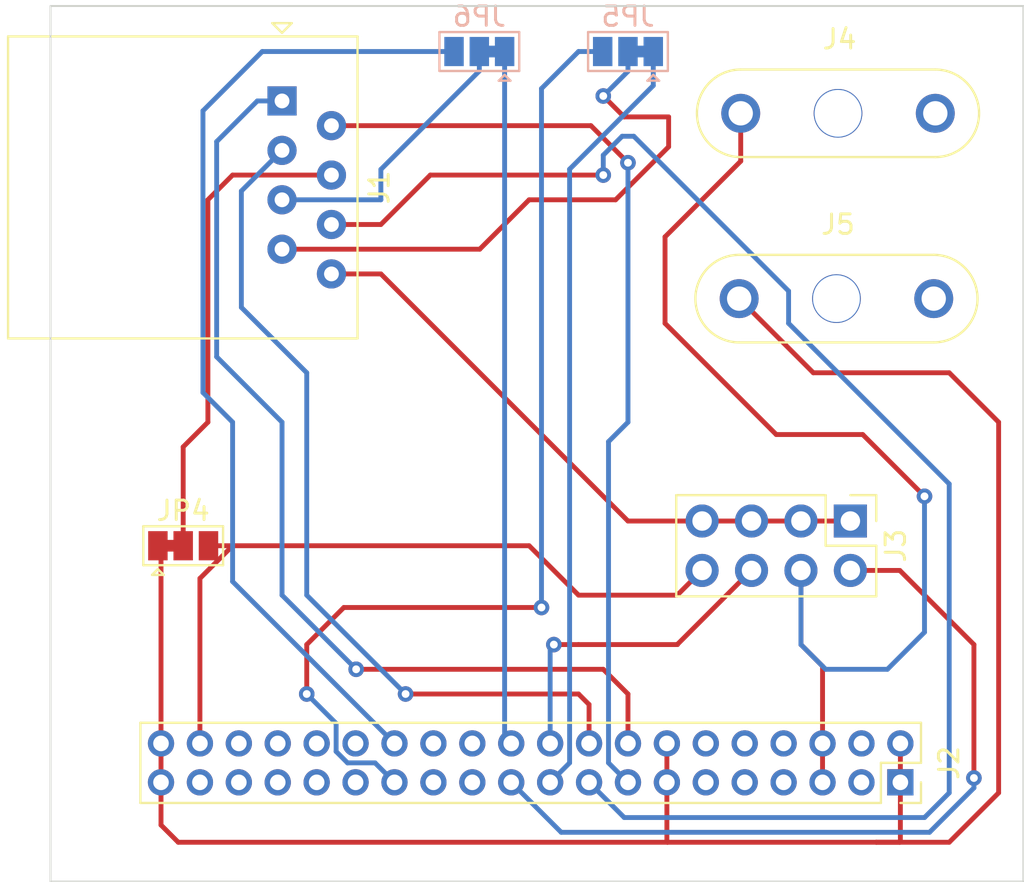
<source format=kicad_pcb>
(kicad_pcb (version 20211014) (generator pcbnew)
  (title_block (title "Test Connector") (rev "0") (comment 4 "AISLER Project ID: TKGORSWR"))
  (layers (0 "F.Cu" signal) (31 "B.Cu" signal) (34 "B.Paste" user) (35 "F.Paste" user) (36 "B.SilkS" user "B.Silkscreen") (37 "F.SilkS" user "F.Silkscreen") (38 "B.Mask" user) (39 "F.Mask" user) (44 "Edge.Cuts" user))
  (net 0 "")
  (net 1 "/OBC-Rx")
  (net 2 "/OBC-Tx")
  (net 3 "/I2C-DAT")
  (net 4 "GND")
  (net 7 "/I2C-CLK")
  (net 14 "+3V3")
  (net 15 "VCC")
  (net 16 "/blue")
  (net 17 "/blue{slash}wh")
  (net 18 "/brown{slash}wh")
  (net 19 "/brown")
  (net 20 "/SP-GPIO1")
  (net 21 "/SP-GPIO3")
  (net 24 "/SP-GPIO2")
  (net 26 "/RS485-RX-A")
  (net 27 "/RS485-RX-B")
  (net 37 "/RBF")
  (footprint "MyRkosLibrary:Banana_Jack_2Pin_2mm" (layer "F.Cu") (at 114.935 129.54)
    (fp_text reference "J5" (at 5.08 -3.81) (layer "F.SilkS"))
    (fp_text value "Conn_01x01_Female")
    (fp_line (start 0 2.25) (end 10 2.25) (layer "F.SilkS") (width 0.12))
    (fp_line (start 10 -2.25) (end 0 -2.25) (layer "F.SilkS") (width 0.12))
    (fp_arc (start 0 2.25) (mid -2.25 0) (end 0 -2.25) (layer "F.SilkS") (width 0.12))
    (fp_arc (start 10 -2.25) (mid 12.25 0) (end 10 2.25) (layer "F.SilkS") (width 0.12))
    (pad "1" thru_hole circle (at 0 0) (size 2 2) (drill 1.25) (layers *.Cu *.Mask) (net 4 "GND"))
    (pad "2" thru_hole circle (at 10 0) (size 2 2) (drill 1.25) (layers *.Cu *.Mask))
  )
  (footprint "" (layer "F.Cu") (at 119.935 129.54)
    (fp_text reference "" (at 0 0) (layer "F.SilkS") (effects (font (size 1.27 1.27))))
    (fp_text value "" (at 0 0) (layer "F.SilkS") (effects (font (size 1.27 1.27))))
    (pad "" np_thru_hole circle (at 0 0 270) (size 2.5 2.5) (drill 2.4) (layers F&B.Cu *.Mask))
  )
  (footprint "Connector_PinHeader_2.54mm:PinHeader_2x04_P2.54mm_Vertical" (layer "F.Cu") (at 120.65 140.97 -90)
    (fp_text reference "J3" (at 1.27 -2.33 90) (layer "F.SilkS"))
    (fp_text value "Option Vcc/Vsp/IO3/RBF")
    (fp_line (start 1.27 1.27) (end 1.27 -1.33) (layer "F.SilkS") (width 0.12))
    (fp_line (start -1.33 1.27) (end 1.27 1.27) (layer "F.SilkS") (width 0.12))
    (fp_line (start -1.33 1.27) (end -1.33 8.95) (layer "F.SilkS") (width 0.12))
    (fp_line (start -1.33 0) (end -1.33 -1.33) (layer "F.SilkS") (width 0.12))
    (fp_line (start -1.33 8.95) (end 3.87 8.95) (layer "F.SilkS") (width 0.12))
    (fp_line (start 3.87 -1.33) (end 3.87 8.95) (layer "F.SilkS") (width 0.12))
    (fp_line (start -1.33 -1.33) (end 0 -1.33) (layer "F.SilkS") (width 0.12))
    (fp_line (start 1.27 -1.33) (end 3.87 -1.33) (layer "F.SilkS") (width 0.12))
    (pad "1" thru_hole rect (at 0 0 270) (size 1.7 1.7) (drill 1) (layers *.Cu *.Mask) (net 19 "/brown"))
    (pad "2" thru_hole oval (at 2.54 0 270) (size 1.7 1.7) (drill 1) (layers *.Cu *.Mask) (net 21 "/SP-GPIO3"))
    (pad "3" thru_hole oval (at 0 2.54 270) (size 1.7 1.7) (drill 1) (layers *.Cu *.Mask) (net 19 "/brown"))
    (pad "4" thru_hole oval (at 2.54 2.54 270) (size 1.7 1.7) (drill 1) (layers *.Cu *.Mask) (net 14 "+3V3"))
    (pad "5" thru_hole oval (at 0 5.08 270) (size 1.7 1.7) (drill 1) (layers *.Cu *.Mask) (net 19 "/brown"))
    (pad "6" thru_hole oval (at 2.54 5.08 270) (size 1.7 1.7) (drill 1) (layers *.Cu *.Mask) (net 15 "VCC"))
    (pad "7" thru_hole oval (at 0 7.62 270) (size 1.7 1.7) (drill 1) (layers *.Cu *.Mask) (net 19 "/brown"))
    (pad "8" thru_hole oval (at 2.54 7.62 270) (size 1.7 1.7) (drill 1) (layers *.Cu *.Mask) (net 37 "/RBF"))
  )
  (footprint "Jumper:SolderJumper-3_P1.3mm_Bridged12_Pad1.0x1.5mm" (layer "F.Cu") (at 86.36 142.24)
    (fp_text reference "JP4" (at 0 -1.8) (layer "F.SilkS"))
    (fp_text value "Option GND/RBF")
    (fp_poly (pts (xy -0.9 -0.3) (xy -0.4 -0.3) (xy -0.4 0.3) (xy -0.9 0.3)) (layer "F.Cu") (width 0) (fill solid))
    (fp_line (start 2.05 -1) (end 2.05 1) (layer "F.SilkS") (width 0.12))
    (fp_line (start -1.3 1.2) (end -1.6 1.5) (layer "F.SilkS") (width 0.12))
    (fp_line (start 2.05 1) (end -2.05 1) (layer "F.SilkS") (width 0.12))
    (fp_line (start -1.6 1.5) (end -1 1.5) (layer "F.SilkS") (width 0.12))
    (fp_line (start -1.3 1.2) (end -1 1.5) (layer "F.SilkS") (width 0.12))
    (fp_line (start -2.05 -1) (end 2.05 -1) (layer "F.SilkS") (width 0.12))
    (fp_line (start -2.05 1) (end -2.05 -1) (layer "F.SilkS") (width 0.12))
    (pad "1" smd rect (at -1.3 0) (size 1 1.5) (layers "F.Cu" "F.Mask") (net 4 "GND"))
    (pad "2" smd rect (at 0 0) (size 1 1.5) (layers "F.Cu" "F.Mask") (net 16 "/blue"))
    (pad "3" smd rect (at 1.3 0) (size 1 1.5) (layers "F.Cu" "F.Mask") (net 37 "/RBF"))
  )
  (footprint "Connector_PinSocket_2.00mm:PinSocket_2x20_P2.00mm_Vertical" (layer "F.Cu") (at 123.22 154.4 -90)
    (fp_text reference "J2" (at -1 -2.5 90) (layer "F.SilkS"))
    (fp_text value "Conn_SP-ABCD")
    (fp_line (start -1 -1.06) (end -1 1) (layer "F.SilkS") (width 0.12))
    (fp_line (start -3.06 -1.06) (end -1 -1.06) (layer "F.SilkS") (width 0.12))
    (fp_line (start -1 1) (end 1.06 1) (layer "F.SilkS") (width 0.12))
    (fp_line (start -3.06 -1.06) (end -3.06 39.06) (layer "F.SilkS") (width 0.12))
    (fp_line (start 1.06 -1.06) (end 1.06 0) (layer "F.SilkS") (width 0.12))
    (fp_line (start 1.06 1) (end 1.06 39.06) (layer "F.SilkS") (width 0.12))
    (fp_line (start -3.06 39.06) (end 1.06 39.06) (layer "F.SilkS") (width 0.12))
    (fp_line (start 0 -1.06) (end 1.06 -1.06) (layer "F.SilkS") (width 0.12))
    (pad "1" thru_hole rect (at 0 0 270) (size 1.35 1.35) (drill 0.8) (layers *.Cu *.Mask) (net 4 "GND"))
    (pad "2" thru_hole oval (at -2 0 270) (size 1.35 1.35) (drill 0.8) (layers *.Cu *.Mask) (net 4 "GND"))
    (pad "3" thru_hole oval (at 0 2 270) (size 1.35 1.35) (drill 0.8) (layers *.Cu *.Mask))
    (pad "4" thru_hole oval (at -2 2 270) (size 1.35 1.35) (drill 0.8) (layers *.Cu *.Mask))
    (pad "5" thru_hole oval (at 0 4 270) (size 1.35 1.35) (drill 0.8) (layers *.Cu *.Mask) (net 14 "+3V3"))
    (pad "6" thru_hole oval (at -2 4 270) (size 1.35 1.35) (drill 0.8) (layers *.Cu *.Mask) (net 14 "+3V3"))
    (pad "7" thru_hole oval (at 0 6 270) (size 1.35 1.35) (drill 0.8) (layers *.Cu *.Mask))
    (pad "8" thru_hole oval (at -2 6 270) (size 1.35 1.35) (drill 0.8) (layers *.Cu *.Mask))
    (pad "9" thru_hole oval (at 0 8 270) (size 1.35 1.35) (drill 0.8) (layers *.Cu *.Mask))
    (pad "10" thru_hole oval (at -2 8 270) (size 1.35 1.35) (drill 0.8) (layers *.Cu *.Mask))
    (pad "11" thru_hole oval (at 0 10 270) (size 1.35 1.35) (drill 0.8) (layers *.Cu *.Mask))
    (pad "12" thru_hole oval (at -2 10 270) (size 1.35 1.35) (drill 0.8) (layers *.Cu *.Mask))
    (pad "13" thru_hole oval (at 0 12 270) (size 1.35 1.35) (drill 0.8) (layers *.Cu *.Mask) (net 4 "GND"))
    (pad "14" thru_hole oval (at -2 12 270) (size 1.35 1.35) (drill 0.8) (layers *.Cu *.Mask) (net 4 "GND"))
    (pad "15" thru_hole oval (at 0 14 270) (size 1.35 1.35) (drill 0.8) (layers *.Cu *.Mask) (net 2 "/OBC-Tx"))
    (pad "16" thru_hole oval (at -2 14 270) (size 1.35 1.35) (drill 0.8) (layers *.Cu *.Mask) (net 1 "/OBC-Rx"))
    (pad "17" thru_hole oval (at 0 16 270) (size 1.35 1.35) (drill 0.8) (layers *.Cu *.Mask) (net 7 "/I2C-CLK"))
    (pad "18" thru_hole oval (at -2 16 270) (size 1.35 1.35) (drill 0.8) (layers *.Cu *.Mask) (net 3 "/I2C-DAT"))
    (pad "19" thru_hole oval (at 0 18 270) (size 1.35 1.35) (drill 0.8) (layers *.Cu *.Mask) (net 20 "/SP-GPIO1"))
    (pad "20" thru_hole oval (at -2 18 270) (size 1.35 1.35) (drill 0.8) (layers *.Cu *.Mask) (net 15 "VCC"))
    (pad "21" thru_hole oval (at 0 20 270) (size 1.35 1.35) (drill 0.8) (layers *.Cu *.Mask) (net 21 "/SP-GPIO3"))
    (pad "22" thru_hole oval (at -2 20 270) (size 1.35 1.35) (drill 0.8) (layers *.Cu *.Mask) (net 24 "/SP-GPIO2"))
    (pad "23" thru_hole oval (at 0 22 270) (size 1.35 1.35) (drill 0.8) (layers *.Cu *.Mask))
    (pad "24" thru_hole oval (at -2 22 270) (size 1.35 1.35) (drill 0.8) (layers *.Cu *.Mask))
    (pad "25" thru_hole oval (at 0 24 270) (size 1.35 1.35) (drill 0.8) (layers *.Cu *.Mask))
    (pad "26" thru_hole oval (at -2 24 270) (size 1.35 1.35) (drill 0.8) (layers *.Cu *.Mask))
    (pad "27" thru_hole oval (at 0 26 270) (size 1.35 1.35) (drill 0.8) (layers *.Cu *.Mask) (net 26 "/RS485-RX-A"))
    (pad "28" thru_hole oval (at -2 26 270) (size 1.35 1.35) (drill 0.8) (layers *.Cu *.Mask) (net 27 "/RS485-RX-B"))
    (pad "29" thru_hole oval (at 0 28 270) (size 1.35 1.35) (drill 0.8) (layers *.Cu *.Mask))
    (pad "30" thru_hole oval (at -2 28 270) (size 1.35 1.35) (drill 0.8) (layers *.Cu *.Mask))
    (pad "31" thru_hole oval (at 0 30 270) (size 1.35 1.35) (drill 0.8) (layers *.Cu *.Mask))
    (pad "32" thru_hole oval (at -2 30 270) (size 1.35 1.35) (drill 0.8) (layers *.Cu *.Mask))
    (pad "33" thru_hole oval (at 0 32 270) (size 1.35 1.35) (drill 0.8) (layers *.Cu *.Mask))
    (pad "34" thru_hole oval (at -2 32 270) (size 1.35 1.35) (drill 0.8) (layers *.Cu *.Mask))
    (pad "35" thru_hole oval (at 0 34 270) (size 1.35 1.35) (drill 0.8) (layers *.Cu *.Mask))
    (pad "36" thru_hole oval (at -2 34 270) (size 1.35 1.35) (drill 0.8) (layers *.Cu *.Mask))
    (pad "37" thru_hole oval (at 0 36 270) (size 1.35 1.35) (drill 0.8) (layers *.Cu *.Mask))
    (pad "38" thru_hole oval (at -2 36 270) (size 1.35 1.35) (drill 0.8) (layers *.Cu *.Mask) (net 37 "/RBF"))
    (pad "39" thru_hole oval (at 0 38 270) (size 1.35 1.35) (drill 0.8) (layers *.Cu *.Mask) (net 4 "GND"))
    (pad "40" thru_hole oval (at -2 38 270) (size 1.35 1.35) (drill 0.8) (layers *.Cu *.Mask) (net 4 "GND"))
  )
  (footprint "Connector_RJ:RJ45_Amphenol_54602-x08_Horizontal" (layer "F.Cu") (at 91.44 119.38 -90)
    (fp_text reference "J1" (at 4.445 -5 90) (layer "F.SilkS"))
    (fp_text value "8P8C")
    (fp_line (start -3.5 0) (end -4 -0.5) (layer "F.SilkS") (width 0.12))
    (fp_line (start -3.315 14.08) (end 12.205 14.08) (layer "F.SilkS") (width 0.12))
    (fp_line (start 12.205 -3.88) (end -3.315 -3.88) (layer "F.SilkS") (width 0.12))
    (fp_line (start 12.205 -3.88) (end 12.205 14.08) (layer "F.SilkS") (width 0.12))
    (fp_line (start -3.315 -3.88) (end -3.315 14.08) (layer "F.SilkS") (width 0.12))
    (fp_line (start -4 0.5) (end -3.5 0) (layer "F.SilkS") (width 0.12))
    (fp_line (start -4 -0.5) (end -4 0.5) (layer "F.SilkS") (width 0.12))
    (pad "" np_thru_hole circle (at -1.27 6.35 270) (size 3.2 3.2) (drill 3.2) (layers *.Cu *.Mask))
    (pad "" np_thru_hole circle (at 10.16 6.35 270) (size 3.2 3.2) (drill 3.2) (layers *.Cu *.Mask))
    (pad "1" thru_hole rect (at 0 0 270) (size 1.5 1.5) (drill 0.76) (layers *.Cu *.Mask) (net 1 "/OBC-Rx"))
    (pad "2" thru_hole circle (at 1.27 -2.54 270) (size 1.5 1.5) (drill 0.76) (layers *.Cu *.Mask) (net 2 "/OBC-Tx"))
    (pad "3" thru_hole circle (at 2.54 0 270) (size 1.5 1.5) (drill 0.76) (layers *.Cu *.Mask) (net 3 "/I2C-DAT"))
    (pad "4" thru_hole circle (at 3.81 -2.54 270) (size 1.5 1.5) (drill 0.76) (layers *.Cu *.Mask) (net 16 "/blue"))
    (pad "5" thru_hole circle (at 5.08 0 270) (size 1.5 1.5) (drill 0.76) (layers *.Cu *.Mask) (net 17 "/blue{slash}wh"))
    (pad "6" thru_hole circle (at 6.35 -2.54 270) (size 1.5 1.5) (drill 0.76) (layers *.Cu *.Mask) (net 7 "/I2C-CLK"))
    (pad "7" thru_hole circle (at 7.62 0 270) (size 1.5 1.5) (drill 0.76) (layers *.Cu *.Mask) (net 18 "/brown{slash}wh"))
    (pad "8" thru_hole circle (at 8.89 -2.54 270) (size 1.5 1.5) (drill 0.76) (layers *.Cu *.Mask) (net 19 "/brown"))
  )
  (footprint "" (layer "F.Cu") (at 120.015 120.015)
    (fp_text reference "" (at 0 0) (layer "F.SilkS") (effects (font (size 1.27 1.27))))
    (fp_text value "" (at 0 0) (layer "F.SilkS") (effects (font (size 1.27 1.27))))
    (pad "" np_thru_hole circle (at 0 0 270) (size 2.5 2.5) (drill 2.4) (layers F&B.Cu *.Mask))
  )
  (footprint "MyRkosLibrary:Banana_Jack_2Pin_2mm" (layer "F.Cu") (at 115.015 120.015)
    (fp_text reference "J4" (at 5.08 -3.81) (layer "F.SilkS"))
    (fp_text value "Conn_01x01_Female")
    (fp_line (start 0 2.25) (end 10 2.25) (layer "F.SilkS") (width 0.12))
    (fp_line (start 10 -2.25) (end 0 -2.25) (layer "F.SilkS") (width 0.12))
    (fp_arc (start 10 -2.25) (mid 12.25 0) (end 10 2.25) (layer "F.SilkS") (width 0.12))
    (fp_arc (start 0 2.25) (mid -2.25 0) (end 0 -2.25) (layer "F.SilkS") (width 0.12))
    (pad "1" thru_hole circle (at 0 0) (size 2 2) (drill 1.25) (layers *.Cu *.Mask) (net 14 "+3V3"))
    (pad "2" thru_hole circle (at 10 0) (size 2 2) (drill 1.25) (layers *.Cu *.Mask))
  )
  (footprint "Jumper:SolderJumper-3_P1.3mm_Bridged12_Pad1.0x1.5mm" (layer "B.Cu") (at 101.58 116.84 180)
    (fp_text reference "JP6" (at 0 1.8) (layer "B.SilkS") (effects (justify mirror)))
    (fp_text value "Option IO2/RS485-B")
    (fp_poly (pts (xy -0.9 0.3) (xy -0.4 0.3) (xy -0.4 -0.3) (xy -0.9 -0.3)) (layer "B.Cu") (width 0) (fill solid))
    (fp_line (start -1.3 -1.2) (end -1 -1.5) (layer "B.SilkS") (width 0.12))
    (fp_line (start -1.6 -1.5) (end -1 -1.5) (layer "B.SilkS") (width 0.12))
    (fp_line (start 2.05 -1) (end -2.05 -1) (layer "B.SilkS") (width 0.12))
    (fp_line (start -2.05 -1) (end -2.05 1) (layer "B.SilkS") (width 0.12))
    (fp_line (start -1.3 -1.2) (end -1.6 -1.5) (layer "B.SilkS") (width 0.12))
    (fp_line (start 2.05 1) (end 2.05 -1) (layer "B.SilkS") (width 0.12))
    (fp_line (start -2.05 1) (end 2.05 1) (layer "B.SilkS") (width 0.12))
    (pad "1" smd rect (at -1.3 0 180) (size 1 1.5) (layers "B.Cu" "B.Mask") (net 24 "/SP-GPIO2"))
    (pad "2" smd rect (at 0 0 180) (size 1 1.5) (layers "B.Cu" "B.Mask") (net 17 "/blue{slash}wh"))
    (pad "3" smd rect (at 1.3 0 180) (size 1 1.5) (layers "B.Cu" "B.Mask") (net 27 "/RS485-RX-B"))
  )
  (footprint "Jumper:SolderJumper-3_P1.3mm_Bridged12_Pad1.0x1.5mm" (layer "B.Cu") (at 109.22 116.84 180)
    (fp_text reference "JP5" (at 0 1.8) (layer "B.SilkS") (effects (justify mirror)))
    (fp_text value "Option IO1/RS485-A")
    (fp_poly (pts (xy -0.9 0.3) (xy -0.4 0.3) (xy -0.4 -0.3) (xy -0.9 -0.3)) (layer "B.Cu") (width 0) (fill solid))
    (fp_line (start -2.05 -1) (end -2.05 1) (layer "B.SilkS") (width 0.12))
    (fp_line (start 2.05 1) (end 2.05 -1) (layer "B.SilkS") (width 0.12))
    (fp_line (start -1.3 -1.2) (end -1 -1.5) (layer "B.SilkS") (width 0.12))
    (fp_line (start -2.05 1) (end 2.05 1) (layer "B.SilkS") (width 0.12))
    (fp_line (start -1.3 -1.2) (end -1.6 -1.5) (layer "B.SilkS") (width 0.12))
    (fp_line (start -1.6 -1.5) (end -1 -1.5) (layer "B.SilkS") (width 0.12))
    (fp_line (start 2.05 -1) (end -2.05 -1) (layer "B.SilkS") (width 0.12))
    (pad "1" smd rect (at -1.3 0 180) (size 1 1.5) (layers "B.Cu" "B.Mask") (net 20 "/SP-GPIO1"))
    (pad "2" smd rect (at 0 0 180) (size 1 1.5) (layers "B.Cu" "B.Mask") (net 18 "/brown{slash}wh"))
    (pad "3" smd rect (at 1.3 0 180) (size 1 1.5) (layers "B.Cu" "B.Mask") (net 26 "/RS485-RX-A"))
  )
  (gr_rect (start 79.54 114.5) (end 129.54 159.5) (layer "Edge.Cuts") (width 0.1) (fill none))
  (segment (start 109.22 149.86) (end 109.22 152.4) (width 0.25) (layer "F.Cu") (net 1))
  (segment (start 107.95 148.59) (end 109.22 149.86) (width 0.25) (layer "F.Cu") (net 1))
  (segment (start 95.25 148.59) (end 107.95 148.59) (width 0.25) (layer "F.Cu") (net 1))
  (via (at 95.25 148.59) (size 0.8) (drill 0.4) (layers "F.Cu" "B.Cu") (net 1))
  (segment (start 88.08 132.53) (end 88.08 121.47) (width 0.25) (layer "B.Cu") (net 1))
  (segment (start 91.44 135.89) (end 88.08 132.53) (width 0.25) (layer "B.Cu") (net 1))
  (segment (start 90.17 119.38) (end 91.44 119.38) (width 0.25) (layer "B.Cu") (net 1))
  (segment (start 91.44 144.78) (end 91.44 135.89) (width 0.25) (layer "B.Cu") (net 1))
  (segment (start 95.25 148.59) (end 91.44 144.78) (width 0.25) (layer "B.Cu") (net 1))
  (segment (start 88.08 121.47) (end 90.17 119.38) (width 0.25) (layer "B.Cu") (net 1))
  (segment (start 107.315 120.65) (end 93.98 120.65) (width 0.25) (layer "F.Cu") (net 2))
  (segment (start 109.22 122.555) (end 107.315 120.65) (width 0.25) (layer "F.Cu") (net 2))
  (via (at 109.22 122.555) (size 0.8) (drill 0.4) (layers "F.Cu" "B.Cu") (net 2))
  (segment (start 109.22 135.89) (end 108.22 136.89) (width 0.25) (layer "B.Cu") (net 2))
  (segment (start 108.22 153.4) (end 109.22 154.4) (width 0.25) (layer "B.Cu") (net 2))
  (segment (start 108.22 136.89) (end 108.22 153.4) (width 0.25) (layer "B.Cu") (net 2))
  (segment (start 109.22 122.555) (end 109.22 135.89) (width 0.25) (layer "B.Cu") (net 2))
  (segment (start 107.22 150.4) (end 107.22 152.4) (width 0.25) (layer "F.Cu") (net 3))
  (segment (start 97.79 149.86) (end 106.68 149.86) (width 0.25) (layer "F.Cu") (net 3))
  (segment (start 106.68 149.86) (end 107.22 150.4) (width 0.25) (layer "F.Cu") (net 3))
  (via (at 97.79 149.86) (size 0.8) (drill 0.4) (layers "F.Cu" "B.Cu") (net 3))
  (segment (start 89.35 124.01) (end 91.44 121.92) (width 0.25) (layer "B.Cu") (net 3))
  (segment (start 97.79 149.86) (end 92.71 144.78) (width 0.25) (layer "B.Cu") (net 3))
  (segment (start 92.71 133.35) (end 89.35 129.99) (width 0.25) (layer "B.Cu") (net 3))
  (segment (start 89.35 129.99) (end 89.35 124.01) (width 0.25) (layer "B.Cu") (net 3))
  (segment (start 92.71 144.78) (end 92.71 133.35) (width 0.25) (layer "B.Cu") (net 3))
  (segment (start 121.98 157.48) (end 111.252 157.48) (width 0.25) (layer "F.Cu") (net 4))
  (segment (start 123.19 157.48) (end 123.22 157.45) (width 0.25) (layer "F.Cu") (net 4))
  (segment (start 114.935 129.54) (end 118.745 133.35) (width 0.25) (layer "F.Cu") (net 4))
  (segment (start 111.252 157.48) (end 111.22 157.448) (width 0.25) (layer "F.Cu") (net 4))
  (segment (start 125.73 157.48) (end 121.98 157.48) (width 0.25) (layer "F.Cu") (net 4))
  (segment (start 85.22 152.4) (end 85.22 154.4) (width 0.25) (layer "F.Cu") (net 4))
  (segment (start 121.98 157.48) (end 123.19 157.48) (width 0.25) (layer "F.Cu") (net 4))
  (segment (start 128.27 154.94) (end 125.73 157.48) (width 0.25) (layer "F.Cu") (net 4))
  (segment (start 118.745 133.35) (end 125.73 133.35) (width 0.25) (layer "F.Cu") (net 4))
  (segment (start 111.22 152.4) (end 111.22 154.4) (width 0.25) (layer "F.Cu") (net 4))
  (segment (start 85.22 156.594) (end 85.22 154.4) (width 0.25) (layer "F.Cu") (net 4))
  (segment (start 123.22 152.4) (end 123.22 154.4) (width 0.25) (layer "F.Cu") (net 4))
  (segment (start 128.27 135.89) (end 128.27 154.94) (width 0.25) (layer "F.Cu") (net 4))
  (segment (start 111.22 157.448) (end 111.22 154.4) (width 0.25) (layer "F.Cu") (net 4))
  (segment (start 111.252 157.48) (end 86.106 157.48) (width 0.25) (layer "F.Cu") (net 4))
  (segment (start 85.22 142.4) (end 85.06 142.24) (width 0.25) (layer "F.Cu") (net 4))
  (segment (start 85.22 152.4) (end 85.22 142.4) (width 0.25) (layer "F.Cu") (net 4))
  (segment (start 86.106 157.48) (end 85.22 156.594) (width 0.25) (layer "F.Cu") (net 4))
  (segment (start 123.22 157.45) (end 123.22 154.4) (width 0.25) (layer "F.Cu") (net 4))
  (segment (start 125.73 133.35) (end 128.27 135.89) (width 0.25) (layer "F.Cu") (net 4))
  (segment (start 96.52 125.73) (end 93.98 125.73) (width 0.25) (layer "F.Cu") (net 7))
  (segment (start 96.52 125.73) (end 99.06 123.19) (width 0.25) (layer "F.Cu") (net 7))
  (segment (start 99.06 123.19) (end 107.95 123.19) (width 0.25) (layer "F.Cu") (net 7))
  (via (at 107.95 123.19) (size 0.8) (drill 0.4) (layers "F.Cu" "B.Cu") (net 7))
  (segment (start 109.520305 121.195) (end 117.475 129.149695) (width 0.25) (layer "B.Cu") (net 7))
  (segment (start 117.475 130.81) (end 125.73 139.065) (width 0.25) (layer "B.Cu") (net 7))
  (segment (start 107.95 122.164695) (end 108.919695 121.195) (width 0.25) (layer "B.Cu") (net 7))
  (segment (start 117.475 129.149695) (end 117.475 130.81) (width 0.25) (layer "B.Cu") (net 7))
  (segment (start 125.73 139.065) (end 125.73 154.94) (width 0.25) (layer "B.Cu") (net 7))
  (segment (start 109.03 156.21) (end 107.22 154.4) (width 0.25) (layer "B.Cu") (net 7))
  (segment (start 108.919695 121.195) (end 109.520305 121.195) (width 0.25) (layer "B.Cu") (net 7))
  (segment (start 124.46 156.21) (end 109.03 156.21) (width 0.25) (layer "B.Cu") (net 7))
  (segment (start 125.73 154.94) (end 124.46 156.21) (width 0.25) (layer "B.Cu") (net 7))
  (segment (start 107.95 123.19) (end 107.95 122.164695) (width 0.25) (layer "B.Cu") (net 7))
  (segment (start 111.125 126.365) (end 115.015 122.475) (width 0.25) (layer "F.Cu") (net 14))
  (segment (start 111.125 130.81) (end 111.125 126.365) (width 0.25) (layer "F.Cu") (net 14))
  (segment (start 118.11 147.32) (end 118.11 143.51) (width 0.25) (layer "F.Cu") (net 14))
  (segment (start 119.22 152.4) (end 119.22 148.43) (width 0.25) (layer "F.Cu") (net 14))
  (segment (start 119.22 148.43) (end 118.11 147.32) (width 0.25) (layer "F.Cu") (net 14))
  (segment (start 115.015 122.475) (end 115.015 120.015) (width 0.25) (layer "F.Cu") (net 14))
  (segment (start 119.22 154.4) (end 119.22 152.4) (width 0.25) (layer "F.Cu") (net 14))
  (segment (start 116.84 136.525) (end 111.125 130.81) (width 0.25) (layer "F.Cu") (net 14))
  (segment (start 124.46 139.7) (end 121.285 136.525) (width 0.25) (layer "F.Cu") (net 14))
  (segment (start 121.285 136.525) (end 116.84 136.525) (width 0.25) (layer "F.Cu") (net 14))
  (via (at 124.46 139.7) (size 0.8) (drill 0.4) (layers "F.Cu" "B.Cu") (net 14))
  (segment (start 118.11 147.32) (end 118.11 143.51) (width 0.25) (layer "B.Cu") (net 14))
  (segment (start 119.38 148.59) (end 118.11 147.32) (width 0.25) (layer "B.Cu") (net 14))
  (segment (start 124.46 139.7) (end 124.46 146.685) (width 0.25) (layer "B.Cu") (net 14))
  (segment (start 122.555 148.59) (end 119.38 148.59) (width 0.25) (layer "B.Cu") (net 14))
  (segment (start 124.46 146.685) (end 122.555 148.59) (width 0.25) (layer "B.Cu") (net 14))
  (segment (start 111.76 147.31) (end 111.76 147.32) (width 0.25) (layer "F.Cu") (net 15))
  (segment (start 115.58 143.49) (end 111.76 147.31) (width 0.25) (layer "F.Cu") (net 15))
  (segment (start 111.76 147.32) (end 106.68 147.32) (width 0.25) (layer "F.Cu") (net 15))
  (segment (start 106.68 147.32) (end 105.41 147.32) (width 0.25) (layer "F.Cu") (net 15))
  (via (at 105.41 147.32) (size 0.8) (drill 0.4) (layers "F.Cu" "B.Cu") (net 15))
  (segment (start 105.22 147.51) (end 105.22 152.4) (width 0.25) (layer "B.Cu") (net 15))
  (segment (start 105.41 147.32) (end 105.22 147.51) (width 0.25) (layer "B.Cu") (net 15))
  (segment (start 86.36 142.24) (end 86.36 137.16) (width 0.25) (layer "F.Cu") (net 16))
  (segment (start 87.63 124.46) (end 88.9 123.19) (width 0.25) (layer "F.Cu") (net 16))
  (segment (start 86.36 137.16) (end 87.63 135.89) (width 0.25) (layer "F.Cu") (net 16))
  (segment (start 88.9 123.19) (end 93.98 123.19) (width 0.25) (layer "F.Cu") (net 16))
  (segment (start 87.63 135.89) (end 87.63 124.46) (width 0.25) (layer "F.Cu") (net 16))
  (segment (start 101.58 116.84) (end 101.58 117.84) (width 0.25) (layer "B.Cu") (net 17))
  (segment (start 96.52 124.46) (end 91.44 124.46) (width 0.25) (layer "B.Cu") (net 17))
  (segment (start 96.52 122.9) (end 96.52 124.46) (width 0.25) (layer "B.Cu") (net 17))
  (segment (start 101.58 117.84) (end 96.52 122.9) (width 0.25) (layer "B.Cu") (net 17))
  (segment (start 111.31 121.733604) (end 111.31 120.2) (width 0.25) (layer "F.Cu") (net 18))
  (segment (start 108.583604 124.46) (end 111.31 121.733604) (width 0.25) (layer "F.Cu") (net 18))
  (segment (start 91.44 127) (end 101.6 127) (width 0.25) (layer "F.Cu") (net 18))
  (segment (start 111.31 120.2) (end 109.024 120.2) (width 0.25) (layer "F.Cu") (net 18))
  (segment (start 104.14 124.46) (end 108.583604 124.46) (width 0.25) (layer "F.Cu") (net 18))
  (segment (start 101.6 127) (end 104.14 124.46) (width 0.25) (layer "F.Cu") (net 18))
  (segment (start 109.024 120.2) (end 107.95 119.126) (width 0.25) (layer "F.Cu") (net 18))
  (via (at 107.95 119.126) (size 0.8) (drill 0.4) (layers "F.Cu" "B.Cu") (net 18))
  (segment (start 109.22 117.856) (end 109.22 116.84) (width 0.25) (layer "B.Cu") (net 18))
  (segment (start 107.95 119.126) (end 109.22 117.856) (width 0.25) (layer "B.Cu") (net 18))
  (segment (start 113.03 140.97) (end 115.57 140.97) (width 0.25) (layer "F.Cu") (net 19))
  (segment (start 109.22 140.97) (end 113.03 140.97) (width 0.25) (layer "F.Cu") (net 19))
  (segment (start 96.52 128.27) (end 109.22 140.97) (width 0.25) (layer "F.Cu") (net 19))
  (segment (start 93.98 128.27) (end 96.52 128.27) (width 0.25) (layer "F.Cu") (net 19))
  (segment (start 115.57 140.97) (end 118.11 140.97) (width 0.25) (layer "F.Cu") (net 19))
  (segment (start 118.11 140.97) (end 120.65 140.97) (width 0.25) (layer "F.Cu") (net 19))
  (segment (start 106.22 153.4) (end 106.22 122.888) (width 0.25) (layer "B.Cu") (net 20))
  (segment (start 105.22 154.4) (end 106.22 153.4) (width 0.25) (layer "B.Cu") (net 20))
  (segment (start 110.52 116.84) (end 110.52 118.588) (width 0.25) (layer "B.Cu") (net 20))
  (segment (start 106.22 122.888) (end 110.52 118.588) (width 0.25) (layer "B.Cu") (net 20))
  (segment (start 123.19 143.51) (end 120.65 143.51) (width 0.25) (layer "F.Cu") (net 21))
  (segment (start 127 147.32) (end 123.19 143.51) (width 0.25) (layer "F.Cu") (net 21))
  (segment (start 127 154.178) (end 127 147.32) (width 0.25) (layer "F.Cu") (net 21))
  (via (at 127 154.178) (size 0.8) (drill 0.4) (layers "F.Cu" "B.Cu") (net 21))
  (segment (start 105.7877 156.9677) (end 103.22 154.4) (width 0.25) (layer "B.Cu") (net 21))
  (segment (start 124.7183 156.9677) (end 105.7877 156.9677) (width 0.25) (layer "B.Cu") (net 21))
  (segment (start 127 154.686) (end 124.7183 156.9677) (width 0.25) (layer "B.Cu") (net 21))
  (segment (start 127 154.178) (end 127 154.686) (width 0.25) (layer "B.Cu") (net 21))
  (segment (start 102.88 116.84) (end 102.88 152.06) (width 0.25) (layer "B.Cu") (net 24))
  (segment (start 102.88 152.06) (end 103.22 152.4) (width 0.25) (layer "B.Cu") (net 24))
  (segment (start 104.775 145.415) (end 94.615 145.415) (width 0.25) (layer "F.Cu") (net 26))
  (segment (start 94.615 145.415) (end 92.71 147.32) (width 0.25) (layer "F.Cu") (net 26))
  (segment (start 92.71 147.32) (end 92.71 149.86) (width 0.25) (layer "F.Cu") (net 26))
  (via (at 104.775 145.415) (size 0.8) (drill 0.4) (layers "F.Cu" "B.Cu") (net 26))
  (via (at 92.71 149.86) (size 0.8) (drill 0.4) (layers "F.Cu" "B.Cu") (net 26))
  (segment (start 96.22 153.4) (end 97.22 154.4) (width 0.25) (layer "B.Cu") (net 26))
  (segment (start 94.805786 153.4) (end 96.22 153.4) (width 0.25) (layer "B.Cu") (net 26))
  (segment (start 92.71 149.86) (end 94.22 151.37) (width 0.25) (layer "B.Cu") (net 26))
  (segment (start 104.775 118.745) (end 104.775 145.415) (width 0.25) (layer "B.Cu") (net 26))
  (segment (start 107.92 116.84) (end 106.68 116.84) (width 0.25) (layer "B.Cu") (net 26))
  (segment (start 94.22 152.814214) (end 94.805786 153.4) (width 0.25) (layer "B.Cu") (net 26))
  (segment (start 106.68 116.84) (end 104.775 118.745) (width 0.25) (layer "B.Cu") (net 26))
  (segment (start 94.22 151.37) (end 94.22 152.814214) (width 0.25) (layer "B.Cu") (net 26))
  (segment (start 90.424 116.84) (end 87.376 119.888) (width 0.25) (layer "B.Cu") (net 27))
  (segment (start 88.9 144.08) (end 97.22 152.4) (width 0.25) (layer "B.Cu") (net 27))
  (segment (start 88.9 135.89) (end 88.9 144.08) (width 0.25) (layer "B.Cu") (net 27))
  (segment (start 87.376 119.888) (end 87.376 134.366) (width 0.25) (layer "B.Cu") (net 27))
  (segment (start 87.376 134.366) (end 88.9 135.89) (width 0.25) (layer "B.Cu") (net 27))
  (segment (start 100.28 116.84) (end 90.424 116.84) (width 0.25) (layer "B.Cu") (net 27))
  (segment (start 87.22 152.4) (end 87.22 143.92) (width 0.25) (layer "F.Cu") (net 37))
  (segment (start 88.9 142.24) (end 87.66 142.24) (width 0.25) (layer "F.Cu") (net 37))
  (segment (start 88.9 142.24) (end 104.14 142.24) (width 0.25) (layer "F.Cu") (net 37))
  (segment (start 106.68 144.78) (end 111.75 144.78) (width 0.25) (layer "F.Cu") (net 37))
  (segment (start 87.22 143.92) (end 88.9 142.24) (width 0.25) (layer "F.Cu") (net 37))
  (segment (start 111.75 144.78) (end 113.04 143.49) (width 0.25) (layer "F.Cu") (net 37))
  (segment (start 104.14 142.24) (end 106.68 144.78) (width 0.25) (layer "F.Cu") (net 37))
)
</source>
